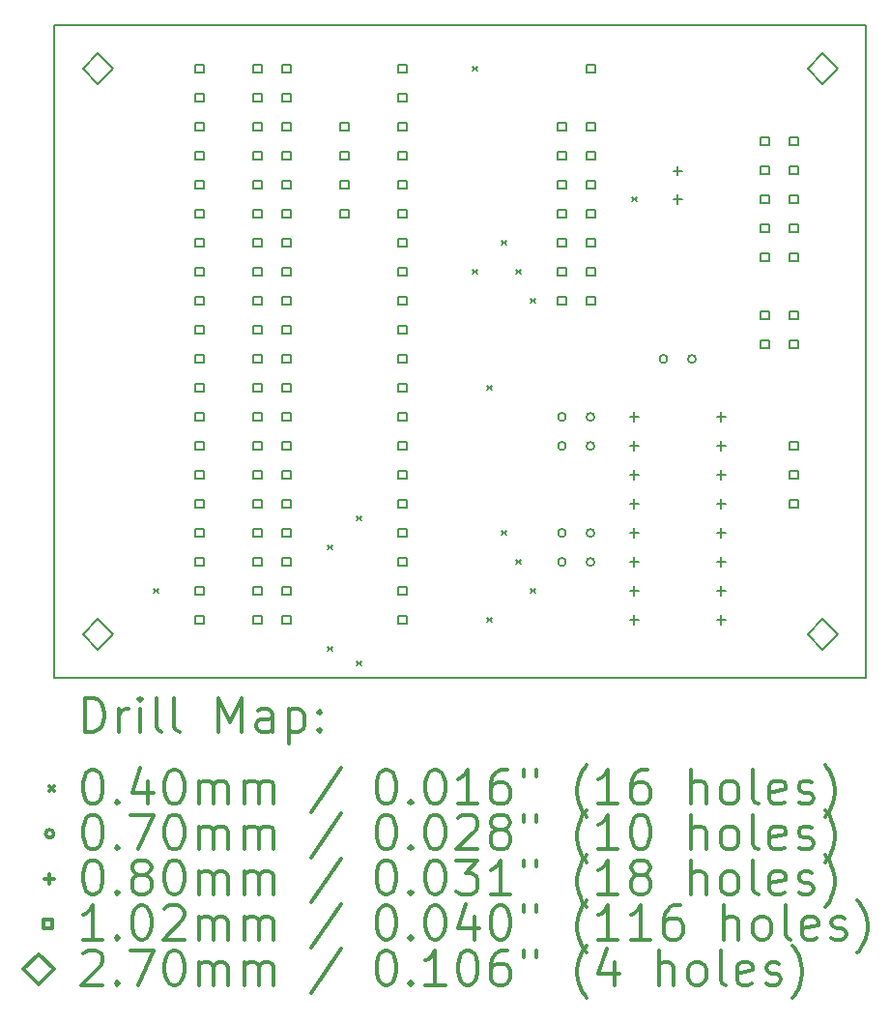
<source format=gbr>
%FSLAX45Y45*%
G04 Gerber Fmt 4.5, Leading zero omitted, Abs format (unit mm)*
G04 Created by KiCad (PCBNEW 4.0.5+dfsg1-4) date Sat Oct  5 15:57:53 2019*
%MOMM*%
%LPD*%
G01*
G04 APERTURE LIST*
%ADD10C,0.127000*%
%ADD11C,0.150000*%
%ADD12C,0.200000*%
%ADD13C,0.300000*%
G04 APERTURE END LIST*
D10*
D11*
X17145000Y-7112000D02*
X10033000Y-7112000D01*
X17145000Y-12827000D02*
X17145000Y-7112000D01*
X10033000Y-12827000D02*
X17145000Y-12827000D01*
X10033000Y-7112000D02*
X10033000Y-12827000D01*
D12*
X10902000Y-12045000D02*
X10942000Y-12085000D01*
X10942000Y-12045000D02*
X10902000Y-12085000D01*
X12426000Y-11664000D02*
X12466000Y-11704000D01*
X12466000Y-11664000D02*
X12426000Y-11704000D01*
X12426000Y-12553000D02*
X12466000Y-12593000D01*
X12466000Y-12553000D02*
X12426000Y-12593000D01*
X12680000Y-11410000D02*
X12720000Y-11450000D01*
X12720000Y-11410000D02*
X12680000Y-11450000D01*
X12680000Y-12680000D02*
X12720000Y-12720000D01*
X12720000Y-12680000D02*
X12680000Y-12720000D01*
X13696000Y-7473000D02*
X13736000Y-7513000D01*
X13736000Y-7473000D02*
X13696000Y-7513000D01*
X13696000Y-9251000D02*
X13736000Y-9291000D01*
X13736000Y-9251000D02*
X13696000Y-9291000D01*
X13823000Y-10267000D02*
X13863000Y-10307000D01*
X13863000Y-10267000D02*
X13823000Y-10307000D01*
X13823000Y-12299000D02*
X13863000Y-12339000D01*
X13863000Y-12299000D02*
X13823000Y-12339000D01*
X13950000Y-8997000D02*
X13990000Y-9037000D01*
X13990000Y-8997000D02*
X13950000Y-9037000D01*
X13950000Y-11537000D02*
X13990000Y-11577000D01*
X13990000Y-11537000D02*
X13950000Y-11577000D01*
X14077000Y-9251000D02*
X14117000Y-9291000D01*
X14117000Y-9251000D02*
X14077000Y-9291000D01*
X14077000Y-11791000D02*
X14117000Y-11831000D01*
X14117000Y-11791000D02*
X14077000Y-11831000D01*
X14204000Y-9505000D02*
X14244000Y-9545000D01*
X14244000Y-9505000D02*
X14204000Y-9545000D01*
X14204000Y-12045000D02*
X14244000Y-12085000D01*
X14244000Y-12045000D02*
X14204000Y-12085000D01*
X15093000Y-8616000D02*
X15133000Y-8656000D01*
X15133000Y-8616000D02*
X15093000Y-8656000D01*
X14513000Y-10541000D02*
G75*
G03X14513000Y-10541000I-35000J0D01*
G01*
X14513000Y-10795000D02*
G75*
G03X14513000Y-10795000I-35000J0D01*
G01*
X14513000Y-11557000D02*
G75*
G03X14513000Y-11557000I-35000J0D01*
G01*
X14513000Y-11811000D02*
G75*
G03X14513000Y-11811000I-35000J0D01*
G01*
X14763000Y-10541000D02*
G75*
G03X14763000Y-10541000I-35000J0D01*
G01*
X14763000Y-10795000D02*
G75*
G03X14763000Y-10795000I-35000J0D01*
G01*
X14763000Y-11557000D02*
G75*
G03X14763000Y-11557000I-35000J0D01*
G01*
X14763000Y-11811000D02*
G75*
G03X14763000Y-11811000I-35000J0D01*
G01*
X15402000Y-10033000D02*
G75*
G03X15402000Y-10033000I-35000J0D01*
G01*
X15652000Y-10033000D02*
G75*
G03X15652000Y-10033000I-35000J0D01*
G01*
X15113000Y-10501000D02*
X15113000Y-10581000D01*
X15073000Y-10541000D02*
X15153000Y-10541000D01*
X15113000Y-10755000D02*
X15113000Y-10835000D01*
X15073000Y-10795000D02*
X15153000Y-10795000D01*
X15113000Y-11009000D02*
X15113000Y-11089000D01*
X15073000Y-11049000D02*
X15153000Y-11049000D01*
X15113000Y-11263000D02*
X15113000Y-11343000D01*
X15073000Y-11303000D02*
X15153000Y-11303000D01*
X15113000Y-11517000D02*
X15113000Y-11597000D01*
X15073000Y-11557000D02*
X15153000Y-11557000D01*
X15113000Y-11771000D02*
X15113000Y-11851000D01*
X15073000Y-11811000D02*
X15153000Y-11811000D01*
X15113000Y-12025000D02*
X15113000Y-12105000D01*
X15073000Y-12065000D02*
X15153000Y-12065000D01*
X15113000Y-12279000D02*
X15113000Y-12359000D01*
X15073000Y-12319000D02*
X15153000Y-12319000D01*
X15494000Y-8346000D02*
X15494000Y-8426000D01*
X15454000Y-8386000D02*
X15534000Y-8386000D01*
X15494000Y-8596000D02*
X15494000Y-8676000D01*
X15454000Y-8636000D02*
X15534000Y-8636000D01*
X15875000Y-10501000D02*
X15875000Y-10581000D01*
X15835000Y-10541000D02*
X15915000Y-10541000D01*
X15875000Y-10755000D02*
X15875000Y-10835000D01*
X15835000Y-10795000D02*
X15915000Y-10795000D01*
X15875000Y-11009000D02*
X15875000Y-11089000D01*
X15835000Y-11049000D02*
X15915000Y-11049000D01*
X15875000Y-11263000D02*
X15875000Y-11343000D01*
X15835000Y-11303000D02*
X15915000Y-11303000D01*
X15875000Y-11517000D02*
X15875000Y-11597000D01*
X15835000Y-11557000D02*
X15915000Y-11557000D01*
X15875000Y-11771000D02*
X15875000Y-11851000D01*
X15835000Y-11811000D02*
X15915000Y-11811000D01*
X15875000Y-12025000D02*
X15875000Y-12105000D01*
X15835000Y-12065000D02*
X15915000Y-12065000D01*
X15875000Y-12279000D02*
X15875000Y-12359000D01*
X15835000Y-12319000D02*
X15915000Y-12319000D01*
X11338921Y-7528921D02*
X11338921Y-7457079D01*
X11267079Y-7457079D01*
X11267079Y-7528921D01*
X11338921Y-7528921D01*
X11338921Y-7782921D02*
X11338921Y-7711079D01*
X11267079Y-7711079D01*
X11267079Y-7782921D01*
X11338921Y-7782921D01*
X11338921Y-8036921D02*
X11338921Y-7965079D01*
X11267079Y-7965079D01*
X11267079Y-8036921D01*
X11338921Y-8036921D01*
X11338921Y-8290921D02*
X11338921Y-8219079D01*
X11267079Y-8219079D01*
X11267079Y-8290921D01*
X11338921Y-8290921D01*
X11338921Y-8544921D02*
X11338921Y-8473079D01*
X11267079Y-8473079D01*
X11267079Y-8544921D01*
X11338921Y-8544921D01*
X11338921Y-8798921D02*
X11338921Y-8727079D01*
X11267079Y-8727079D01*
X11267079Y-8798921D01*
X11338921Y-8798921D01*
X11338921Y-9052921D02*
X11338921Y-8981079D01*
X11267079Y-8981079D01*
X11267079Y-9052921D01*
X11338921Y-9052921D01*
X11338921Y-9306921D02*
X11338921Y-9235079D01*
X11267079Y-9235079D01*
X11267079Y-9306921D01*
X11338921Y-9306921D01*
X11338921Y-9560921D02*
X11338921Y-9489079D01*
X11267079Y-9489079D01*
X11267079Y-9560921D01*
X11338921Y-9560921D01*
X11338921Y-9814921D02*
X11338921Y-9743079D01*
X11267079Y-9743079D01*
X11267079Y-9814921D01*
X11338921Y-9814921D01*
X11338921Y-10068921D02*
X11338921Y-9997079D01*
X11267079Y-9997079D01*
X11267079Y-10068921D01*
X11338921Y-10068921D01*
X11338921Y-10322921D02*
X11338921Y-10251079D01*
X11267079Y-10251079D01*
X11267079Y-10322921D01*
X11338921Y-10322921D01*
X11338921Y-10576921D02*
X11338921Y-10505079D01*
X11267079Y-10505079D01*
X11267079Y-10576921D01*
X11338921Y-10576921D01*
X11338921Y-10830921D02*
X11338921Y-10759079D01*
X11267079Y-10759079D01*
X11267079Y-10830921D01*
X11338921Y-10830921D01*
X11338921Y-11084921D02*
X11338921Y-11013079D01*
X11267079Y-11013079D01*
X11267079Y-11084921D01*
X11338921Y-11084921D01*
X11338921Y-11338921D02*
X11338921Y-11267079D01*
X11267079Y-11267079D01*
X11267079Y-11338921D01*
X11338921Y-11338921D01*
X11338921Y-11592921D02*
X11338921Y-11521079D01*
X11267079Y-11521079D01*
X11267079Y-11592921D01*
X11338921Y-11592921D01*
X11338921Y-11846921D02*
X11338921Y-11775079D01*
X11267079Y-11775079D01*
X11267079Y-11846921D01*
X11338921Y-11846921D01*
X11338921Y-12100921D02*
X11338921Y-12029079D01*
X11267079Y-12029079D01*
X11267079Y-12100921D01*
X11338921Y-12100921D01*
X11338921Y-12354921D02*
X11338921Y-12283079D01*
X11267079Y-12283079D01*
X11267079Y-12354921D01*
X11338921Y-12354921D01*
X11846921Y-7528921D02*
X11846921Y-7457079D01*
X11775079Y-7457079D01*
X11775079Y-7528921D01*
X11846921Y-7528921D01*
X11846921Y-7782921D02*
X11846921Y-7711079D01*
X11775079Y-7711079D01*
X11775079Y-7782921D01*
X11846921Y-7782921D01*
X11846921Y-8036921D02*
X11846921Y-7965079D01*
X11775079Y-7965079D01*
X11775079Y-8036921D01*
X11846921Y-8036921D01*
X11846921Y-8290921D02*
X11846921Y-8219079D01*
X11775079Y-8219079D01*
X11775079Y-8290921D01*
X11846921Y-8290921D01*
X11846921Y-8544921D02*
X11846921Y-8473079D01*
X11775079Y-8473079D01*
X11775079Y-8544921D01*
X11846921Y-8544921D01*
X11846921Y-8798921D02*
X11846921Y-8727079D01*
X11775079Y-8727079D01*
X11775079Y-8798921D01*
X11846921Y-8798921D01*
X11846921Y-9052921D02*
X11846921Y-8981079D01*
X11775079Y-8981079D01*
X11775079Y-9052921D01*
X11846921Y-9052921D01*
X11846921Y-9306921D02*
X11846921Y-9235079D01*
X11775079Y-9235079D01*
X11775079Y-9306921D01*
X11846921Y-9306921D01*
X11846921Y-9560921D02*
X11846921Y-9489079D01*
X11775079Y-9489079D01*
X11775079Y-9560921D01*
X11846921Y-9560921D01*
X11846921Y-9814921D02*
X11846921Y-9743079D01*
X11775079Y-9743079D01*
X11775079Y-9814921D01*
X11846921Y-9814921D01*
X11846921Y-10068921D02*
X11846921Y-9997079D01*
X11775079Y-9997079D01*
X11775079Y-10068921D01*
X11846921Y-10068921D01*
X11846921Y-10322921D02*
X11846921Y-10251079D01*
X11775079Y-10251079D01*
X11775079Y-10322921D01*
X11846921Y-10322921D01*
X11846921Y-10576921D02*
X11846921Y-10505079D01*
X11775079Y-10505079D01*
X11775079Y-10576921D01*
X11846921Y-10576921D01*
X11846921Y-10830921D02*
X11846921Y-10759079D01*
X11775079Y-10759079D01*
X11775079Y-10830921D01*
X11846921Y-10830921D01*
X11846921Y-11084921D02*
X11846921Y-11013079D01*
X11775079Y-11013079D01*
X11775079Y-11084921D01*
X11846921Y-11084921D01*
X11846921Y-11338921D02*
X11846921Y-11267079D01*
X11775079Y-11267079D01*
X11775079Y-11338921D01*
X11846921Y-11338921D01*
X11846921Y-11592921D02*
X11846921Y-11521079D01*
X11775079Y-11521079D01*
X11775079Y-11592921D01*
X11846921Y-11592921D01*
X11846921Y-11846921D02*
X11846921Y-11775079D01*
X11775079Y-11775079D01*
X11775079Y-11846921D01*
X11846921Y-11846921D01*
X11846921Y-12100921D02*
X11846921Y-12029079D01*
X11775079Y-12029079D01*
X11775079Y-12100921D01*
X11846921Y-12100921D01*
X11846921Y-12354921D02*
X11846921Y-12283079D01*
X11775079Y-12283079D01*
X11775079Y-12354921D01*
X11846921Y-12354921D01*
X12100921Y-7528921D02*
X12100921Y-7457079D01*
X12029079Y-7457079D01*
X12029079Y-7528921D01*
X12100921Y-7528921D01*
X12100921Y-7782921D02*
X12100921Y-7711079D01*
X12029079Y-7711079D01*
X12029079Y-7782921D01*
X12100921Y-7782921D01*
X12100921Y-8036921D02*
X12100921Y-7965079D01*
X12029079Y-7965079D01*
X12029079Y-8036921D01*
X12100921Y-8036921D01*
X12100921Y-8290921D02*
X12100921Y-8219079D01*
X12029079Y-8219079D01*
X12029079Y-8290921D01*
X12100921Y-8290921D01*
X12100921Y-8544921D02*
X12100921Y-8473079D01*
X12029079Y-8473079D01*
X12029079Y-8544921D01*
X12100921Y-8544921D01*
X12100921Y-8798921D02*
X12100921Y-8727079D01*
X12029079Y-8727079D01*
X12029079Y-8798921D01*
X12100921Y-8798921D01*
X12100921Y-9052921D02*
X12100921Y-8981079D01*
X12029079Y-8981079D01*
X12029079Y-9052921D01*
X12100921Y-9052921D01*
X12100921Y-9306921D02*
X12100921Y-9235079D01*
X12029079Y-9235079D01*
X12029079Y-9306921D01*
X12100921Y-9306921D01*
X12100921Y-9560921D02*
X12100921Y-9489079D01*
X12029079Y-9489079D01*
X12029079Y-9560921D01*
X12100921Y-9560921D01*
X12100921Y-9814921D02*
X12100921Y-9743079D01*
X12029079Y-9743079D01*
X12029079Y-9814921D01*
X12100921Y-9814921D01*
X12100921Y-10068921D02*
X12100921Y-9997079D01*
X12029079Y-9997079D01*
X12029079Y-10068921D01*
X12100921Y-10068921D01*
X12100921Y-10322921D02*
X12100921Y-10251079D01*
X12029079Y-10251079D01*
X12029079Y-10322921D01*
X12100921Y-10322921D01*
X12100921Y-10576921D02*
X12100921Y-10505079D01*
X12029079Y-10505079D01*
X12029079Y-10576921D01*
X12100921Y-10576921D01*
X12100921Y-10830921D02*
X12100921Y-10759079D01*
X12029079Y-10759079D01*
X12029079Y-10830921D01*
X12100921Y-10830921D01*
X12100921Y-11084921D02*
X12100921Y-11013079D01*
X12029079Y-11013079D01*
X12029079Y-11084921D01*
X12100921Y-11084921D01*
X12100921Y-11338921D02*
X12100921Y-11267079D01*
X12029079Y-11267079D01*
X12029079Y-11338921D01*
X12100921Y-11338921D01*
X12100921Y-11592921D02*
X12100921Y-11521079D01*
X12029079Y-11521079D01*
X12029079Y-11592921D01*
X12100921Y-11592921D01*
X12100921Y-11846921D02*
X12100921Y-11775079D01*
X12029079Y-11775079D01*
X12029079Y-11846921D01*
X12100921Y-11846921D01*
X12100921Y-12100921D02*
X12100921Y-12029079D01*
X12029079Y-12029079D01*
X12029079Y-12100921D01*
X12100921Y-12100921D01*
X12100921Y-12354921D02*
X12100921Y-12283079D01*
X12029079Y-12283079D01*
X12029079Y-12354921D01*
X12100921Y-12354921D01*
X12608921Y-8036921D02*
X12608921Y-7965079D01*
X12537079Y-7965079D01*
X12537079Y-8036921D01*
X12608921Y-8036921D01*
X12608921Y-8290921D02*
X12608921Y-8219079D01*
X12537079Y-8219079D01*
X12537079Y-8290921D01*
X12608921Y-8290921D01*
X12608921Y-8544921D02*
X12608921Y-8473079D01*
X12537079Y-8473079D01*
X12537079Y-8544921D01*
X12608921Y-8544921D01*
X12608921Y-8798921D02*
X12608921Y-8727079D01*
X12537079Y-8727079D01*
X12537079Y-8798921D01*
X12608921Y-8798921D01*
X13116921Y-7528921D02*
X13116921Y-7457079D01*
X13045079Y-7457079D01*
X13045079Y-7528921D01*
X13116921Y-7528921D01*
X13116921Y-7782921D02*
X13116921Y-7711079D01*
X13045079Y-7711079D01*
X13045079Y-7782921D01*
X13116921Y-7782921D01*
X13116921Y-8036921D02*
X13116921Y-7965079D01*
X13045079Y-7965079D01*
X13045079Y-8036921D01*
X13116921Y-8036921D01*
X13116921Y-8290921D02*
X13116921Y-8219079D01*
X13045079Y-8219079D01*
X13045079Y-8290921D01*
X13116921Y-8290921D01*
X13116921Y-8544921D02*
X13116921Y-8473079D01*
X13045079Y-8473079D01*
X13045079Y-8544921D01*
X13116921Y-8544921D01*
X13116921Y-8798921D02*
X13116921Y-8727079D01*
X13045079Y-8727079D01*
X13045079Y-8798921D01*
X13116921Y-8798921D01*
X13116921Y-9052921D02*
X13116921Y-8981079D01*
X13045079Y-8981079D01*
X13045079Y-9052921D01*
X13116921Y-9052921D01*
X13116921Y-9306921D02*
X13116921Y-9235079D01*
X13045079Y-9235079D01*
X13045079Y-9306921D01*
X13116921Y-9306921D01*
X13116921Y-9560921D02*
X13116921Y-9489079D01*
X13045079Y-9489079D01*
X13045079Y-9560921D01*
X13116921Y-9560921D01*
X13116921Y-9814921D02*
X13116921Y-9743079D01*
X13045079Y-9743079D01*
X13045079Y-9814921D01*
X13116921Y-9814921D01*
X13116921Y-10068921D02*
X13116921Y-9997079D01*
X13045079Y-9997079D01*
X13045079Y-10068921D01*
X13116921Y-10068921D01*
X13116921Y-10322921D02*
X13116921Y-10251079D01*
X13045079Y-10251079D01*
X13045079Y-10322921D01*
X13116921Y-10322921D01*
X13116921Y-10576921D02*
X13116921Y-10505079D01*
X13045079Y-10505079D01*
X13045079Y-10576921D01*
X13116921Y-10576921D01*
X13116921Y-10830921D02*
X13116921Y-10759079D01*
X13045079Y-10759079D01*
X13045079Y-10830921D01*
X13116921Y-10830921D01*
X13116921Y-11084921D02*
X13116921Y-11013079D01*
X13045079Y-11013079D01*
X13045079Y-11084921D01*
X13116921Y-11084921D01*
X13116921Y-11338921D02*
X13116921Y-11267079D01*
X13045079Y-11267079D01*
X13045079Y-11338921D01*
X13116921Y-11338921D01*
X13116921Y-11592921D02*
X13116921Y-11521079D01*
X13045079Y-11521079D01*
X13045079Y-11592921D01*
X13116921Y-11592921D01*
X13116921Y-11846921D02*
X13116921Y-11775079D01*
X13045079Y-11775079D01*
X13045079Y-11846921D01*
X13116921Y-11846921D01*
X13116921Y-12100921D02*
X13116921Y-12029079D01*
X13045079Y-12029079D01*
X13045079Y-12100921D01*
X13116921Y-12100921D01*
X13116921Y-12354921D02*
X13116921Y-12283079D01*
X13045079Y-12283079D01*
X13045079Y-12354921D01*
X13116921Y-12354921D01*
X14513921Y-8036921D02*
X14513921Y-7965079D01*
X14442079Y-7965079D01*
X14442079Y-8036921D01*
X14513921Y-8036921D01*
X14513921Y-8290921D02*
X14513921Y-8219079D01*
X14442079Y-8219079D01*
X14442079Y-8290921D01*
X14513921Y-8290921D01*
X14513921Y-8544921D02*
X14513921Y-8473079D01*
X14442079Y-8473079D01*
X14442079Y-8544921D01*
X14513921Y-8544921D01*
X14513921Y-8798921D02*
X14513921Y-8727079D01*
X14442079Y-8727079D01*
X14442079Y-8798921D01*
X14513921Y-8798921D01*
X14513921Y-9052921D02*
X14513921Y-8981079D01*
X14442079Y-8981079D01*
X14442079Y-9052921D01*
X14513921Y-9052921D01*
X14513921Y-9306921D02*
X14513921Y-9235079D01*
X14442079Y-9235079D01*
X14442079Y-9306921D01*
X14513921Y-9306921D01*
X14513921Y-9560921D02*
X14513921Y-9489079D01*
X14442079Y-9489079D01*
X14442079Y-9560921D01*
X14513921Y-9560921D01*
X14767921Y-7528921D02*
X14767921Y-7457079D01*
X14696079Y-7457079D01*
X14696079Y-7528921D01*
X14767921Y-7528921D01*
X14767921Y-8036921D02*
X14767921Y-7965079D01*
X14696079Y-7965079D01*
X14696079Y-8036921D01*
X14767921Y-8036921D01*
X14767921Y-8290921D02*
X14767921Y-8219079D01*
X14696079Y-8219079D01*
X14696079Y-8290921D01*
X14767921Y-8290921D01*
X14767921Y-8544921D02*
X14767921Y-8473079D01*
X14696079Y-8473079D01*
X14696079Y-8544921D01*
X14767921Y-8544921D01*
X14767921Y-8798921D02*
X14767921Y-8727079D01*
X14696079Y-8727079D01*
X14696079Y-8798921D01*
X14767921Y-8798921D01*
X14767921Y-9052921D02*
X14767921Y-8981079D01*
X14696079Y-8981079D01*
X14696079Y-9052921D01*
X14767921Y-9052921D01*
X14767921Y-9306921D02*
X14767921Y-9235079D01*
X14696079Y-9235079D01*
X14696079Y-9306921D01*
X14767921Y-9306921D01*
X14767921Y-9560921D02*
X14767921Y-9489079D01*
X14696079Y-9489079D01*
X14696079Y-9560921D01*
X14767921Y-9560921D01*
X16291921Y-8163921D02*
X16291921Y-8092079D01*
X16220079Y-8092079D01*
X16220079Y-8163921D01*
X16291921Y-8163921D01*
X16291921Y-8417921D02*
X16291921Y-8346079D01*
X16220079Y-8346079D01*
X16220079Y-8417921D01*
X16291921Y-8417921D01*
X16291921Y-8671921D02*
X16291921Y-8600079D01*
X16220079Y-8600079D01*
X16220079Y-8671921D01*
X16291921Y-8671921D01*
X16291921Y-8925921D02*
X16291921Y-8854079D01*
X16220079Y-8854079D01*
X16220079Y-8925921D01*
X16291921Y-8925921D01*
X16291921Y-9179921D02*
X16291921Y-9108079D01*
X16220079Y-9108079D01*
X16220079Y-9179921D01*
X16291921Y-9179921D01*
X16291921Y-9687921D02*
X16291921Y-9616079D01*
X16220079Y-9616079D01*
X16220079Y-9687921D01*
X16291921Y-9687921D01*
X16291921Y-9941921D02*
X16291921Y-9870079D01*
X16220079Y-9870079D01*
X16220079Y-9941921D01*
X16291921Y-9941921D01*
X16545921Y-8163921D02*
X16545921Y-8092079D01*
X16474079Y-8092079D01*
X16474079Y-8163921D01*
X16545921Y-8163921D01*
X16545921Y-8417921D02*
X16545921Y-8346079D01*
X16474079Y-8346079D01*
X16474079Y-8417921D01*
X16545921Y-8417921D01*
X16545921Y-8671921D02*
X16545921Y-8600079D01*
X16474079Y-8600079D01*
X16474079Y-8671921D01*
X16545921Y-8671921D01*
X16545921Y-8925921D02*
X16545921Y-8854079D01*
X16474079Y-8854079D01*
X16474079Y-8925921D01*
X16545921Y-8925921D01*
X16545921Y-9179921D02*
X16545921Y-9108079D01*
X16474079Y-9108079D01*
X16474079Y-9179921D01*
X16545921Y-9179921D01*
X16545921Y-9687921D02*
X16545921Y-9616079D01*
X16474079Y-9616079D01*
X16474079Y-9687921D01*
X16545921Y-9687921D01*
X16545921Y-9941921D02*
X16545921Y-9870079D01*
X16474079Y-9870079D01*
X16474079Y-9941921D01*
X16545921Y-9941921D01*
X16545921Y-10830921D02*
X16545921Y-10759079D01*
X16474079Y-10759079D01*
X16474079Y-10830921D01*
X16545921Y-10830921D01*
X16545921Y-11084921D02*
X16545921Y-11013079D01*
X16474079Y-11013079D01*
X16474079Y-11084921D01*
X16545921Y-11084921D01*
X16545921Y-11338921D02*
X16545921Y-11267079D01*
X16474079Y-11267079D01*
X16474079Y-11338921D01*
X16545921Y-11338921D01*
X10414000Y-7628000D02*
X10549000Y-7493000D01*
X10414000Y-7358000D01*
X10279000Y-7493000D01*
X10414000Y-7628000D01*
X10414000Y-12581000D02*
X10549000Y-12446000D01*
X10414000Y-12311000D01*
X10279000Y-12446000D01*
X10414000Y-12581000D01*
X16764000Y-7628000D02*
X16899000Y-7493000D01*
X16764000Y-7358000D01*
X16629000Y-7493000D01*
X16764000Y-7628000D01*
X16764000Y-12581000D02*
X16899000Y-12446000D01*
X16764000Y-12311000D01*
X16629000Y-12446000D01*
X16764000Y-12581000D01*
D13*
X10296929Y-13300214D02*
X10296929Y-13000214D01*
X10368357Y-13000214D01*
X10411214Y-13014500D01*
X10439786Y-13043071D01*
X10454071Y-13071643D01*
X10468357Y-13128786D01*
X10468357Y-13171643D01*
X10454071Y-13228786D01*
X10439786Y-13257357D01*
X10411214Y-13285929D01*
X10368357Y-13300214D01*
X10296929Y-13300214D01*
X10596929Y-13300214D02*
X10596929Y-13100214D01*
X10596929Y-13157357D02*
X10611214Y-13128786D01*
X10625500Y-13114500D01*
X10654071Y-13100214D01*
X10682643Y-13100214D01*
X10782643Y-13300214D02*
X10782643Y-13100214D01*
X10782643Y-13000214D02*
X10768357Y-13014500D01*
X10782643Y-13028786D01*
X10796929Y-13014500D01*
X10782643Y-13000214D01*
X10782643Y-13028786D01*
X10968357Y-13300214D02*
X10939786Y-13285929D01*
X10925500Y-13257357D01*
X10925500Y-13000214D01*
X11125500Y-13300214D02*
X11096929Y-13285929D01*
X11082643Y-13257357D01*
X11082643Y-13000214D01*
X11468357Y-13300214D02*
X11468357Y-13000214D01*
X11568357Y-13214500D01*
X11668357Y-13000214D01*
X11668357Y-13300214D01*
X11939786Y-13300214D02*
X11939786Y-13143071D01*
X11925500Y-13114500D01*
X11896928Y-13100214D01*
X11839786Y-13100214D01*
X11811214Y-13114500D01*
X11939786Y-13285929D02*
X11911214Y-13300214D01*
X11839786Y-13300214D01*
X11811214Y-13285929D01*
X11796928Y-13257357D01*
X11796928Y-13228786D01*
X11811214Y-13200214D01*
X11839786Y-13185929D01*
X11911214Y-13185929D01*
X11939786Y-13171643D01*
X12082643Y-13100214D02*
X12082643Y-13400214D01*
X12082643Y-13114500D02*
X12111214Y-13100214D01*
X12168357Y-13100214D01*
X12196928Y-13114500D01*
X12211214Y-13128786D01*
X12225500Y-13157357D01*
X12225500Y-13243071D01*
X12211214Y-13271643D01*
X12196928Y-13285929D01*
X12168357Y-13300214D01*
X12111214Y-13300214D01*
X12082643Y-13285929D01*
X12354071Y-13271643D02*
X12368357Y-13285929D01*
X12354071Y-13300214D01*
X12339786Y-13285929D01*
X12354071Y-13271643D01*
X12354071Y-13300214D01*
X12354071Y-13114500D02*
X12368357Y-13128786D01*
X12354071Y-13143071D01*
X12339786Y-13128786D01*
X12354071Y-13114500D01*
X12354071Y-13143071D01*
X9985500Y-13774500D02*
X10025500Y-13814500D01*
X10025500Y-13774500D02*
X9985500Y-13814500D01*
X10354071Y-13630214D02*
X10382643Y-13630214D01*
X10411214Y-13644500D01*
X10425500Y-13658786D01*
X10439786Y-13687357D01*
X10454071Y-13744500D01*
X10454071Y-13815929D01*
X10439786Y-13873071D01*
X10425500Y-13901643D01*
X10411214Y-13915929D01*
X10382643Y-13930214D01*
X10354071Y-13930214D01*
X10325500Y-13915929D01*
X10311214Y-13901643D01*
X10296929Y-13873071D01*
X10282643Y-13815929D01*
X10282643Y-13744500D01*
X10296929Y-13687357D01*
X10311214Y-13658786D01*
X10325500Y-13644500D01*
X10354071Y-13630214D01*
X10582643Y-13901643D02*
X10596929Y-13915929D01*
X10582643Y-13930214D01*
X10568357Y-13915929D01*
X10582643Y-13901643D01*
X10582643Y-13930214D01*
X10854071Y-13730214D02*
X10854071Y-13930214D01*
X10782643Y-13615929D02*
X10711214Y-13830214D01*
X10896928Y-13830214D01*
X11068357Y-13630214D02*
X11096929Y-13630214D01*
X11125500Y-13644500D01*
X11139786Y-13658786D01*
X11154071Y-13687357D01*
X11168357Y-13744500D01*
X11168357Y-13815929D01*
X11154071Y-13873071D01*
X11139786Y-13901643D01*
X11125500Y-13915929D01*
X11096929Y-13930214D01*
X11068357Y-13930214D01*
X11039786Y-13915929D01*
X11025500Y-13901643D01*
X11011214Y-13873071D01*
X10996929Y-13815929D01*
X10996929Y-13744500D01*
X11011214Y-13687357D01*
X11025500Y-13658786D01*
X11039786Y-13644500D01*
X11068357Y-13630214D01*
X11296928Y-13930214D02*
X11296928Y-13730214D01*
X11296928Y-13758786D02*
X11311214Y-13744500D01*
X11339786Y-13730214D01*
X11382643Y-13730214D01*
X11411214Y-13744500D01*
X11425500Y-13773071D01*
X11425500Y-13930214D01*
X11425500Y-13773071D02*
X11439786Y-13744500D01*
X11468357Y-13730214D01*
X11511214Y-13730214D01*
X11539786Y-13744500D01*
X11554071Y-13773071D01*
X11554071Y-13930214D01*
X11696928Y-13930214D02*
X11696928Y-13730214D01*
X11696928Y-13758786D02*
X11711214Y-13744500D01*
X11739786Y-13730214D01*
X11782643Y-13730214D01*
X11811214Y-13744500D01*
X11825500Y-13773071D01*
X11825500Y-13930214D01*
X11825500Y-13773071D02*
X11839786Y-13744500D01*
X11868357Y-13730214D01*
X11911214Y-13730214D01*
X11939786Y-13744500D01*
X11954071Y-13773071D01*
X11954071Y-13930214D01*
X12539786Y-13615929D02*
X12282643Y-14001643D01*
X12925500Y-13630214D02*
X12954071Y-13630214D01*
X12982643Y-13644500D01*
X12996928Y-13658786D01*
X13011214Y-13687357D01*
X13025500Y-13744500D01*
X13025500Y-13815929D01*
X13011214Y-13873071D01*
X12996928Y-13901643D01*
X12982643Y-13915929D01*
X12954071Y-13930214D01*
X12925500Y-13930214D01*
X12896928Y-13915929D01*
X12882643Y-13901643D01*
X12868357Y-13873071D01*
X12854071Y-13815929D01*
X12854071Y-13744500D01*
X12868357Y-13687357D01*
X12882643Y-13658786D01*
X12896928Y-13644500D01*
X12925500Y-13630214D01*
X13154071Y-13901643D02*
X13168357Y-13915929D01*
X13154071Y-13930214D01*
X13139786Y-13915929D01*
X13154071Y-13901643D01*
X13154071Y-13930214D01*
X13354071Y-13630214D02*
X13382643Y-13630214D01*
X13411214Y-13644500D01*
X13425500Y-13658786D01*
X13439785Y-13687357D01*
X13454071Y-13744500D01*
X13454071Y-13815929D01*
X13439785Y-13873071D01*
X13425500Y-13901643D01*
X13411214Y-13915929D01*
X13382643Y-13930214D01*
X13354071Y-13930214D01*
X13325500Y-13915929D01*
X13311214Y-13901643D01*
X13296928Y-13873071D01*
X13282643Y-13815929D01*
X13282643Y-13744500D01*
X13296928Y-13687357D01*
X13311214Y-13658786D01*
X13325500Y-13644500D01*
X13354071Y-13630214D01*
X13739785Y-13930214D02*
X13568357Y-13930214D01*
X13654071Y-13930214D02*
X13654071Y-13630214D01*
X13625500Y-13673071D01*
X13596928Y-13701643D01*
X13568357Y-13715929D01*
X13996928Y-13630214D02*
X13939785Y-13630214D01*
X13911214Y-13644500D01*
X13896928Y-13658786D01*
X13868357Y-13701643D01*
X13854071Y-13758786D01*
X13854071Y-13873071D01*
X13868357Y-13901643D01*
X13882643Y-13915929D01*
X13911214Y-13930214D01*
X13968357Y-13930214D01*
X13996928Y-13915929D01*
X14011214Y-13901643D01*
X14025500Y-13873071D01*
X14025500Y-13801643D01*
X14011214Y-13773071D01*
X13996928Y-13758786D01*
X13968357Y-13744500D01*
X13911214Y-13744500D01*
X13882643Y-13758786D01*
X13868357Y-13773071D01*
X13854071Y-13801643D01*
X14139786Y-13630214D02*
X14139786Y-13687357D01*
X14254071Y-13630214D02*
X14254071Y-13687357D01*
X14696928Y-14044500D02*
X14682643Y-14030214D01*
X14654071Y-13987357D01*
X14639785Y-13958786D01*
X14625500Y-13915929D01*
X14611214Y-13844500D01*
X14611214Y-13787357D01*
X14625500Y-13715929D01*
X14639785Y-13673071D01*
X14654071Y-13644500D01*
X14682643Y-13601643D01*
X14696928Y-13587357D01*
X14968357Y-13930214D02*
X14796928Y-13930214D01*
X14882643Y-13930214D02*
X14882643Y-13630214D01*
X14854071Y-13673071D01*
X14825500Y-13701643D01*
X14796928Y-13715929D01*
X15225500Y-13630214D02*
X15168357Y-13630214D01*
X15139785Y-13644500D01*
X15125500Y-13658786D01*
X15096928Y-13701643D01*
X15082643Y-13758786D01*
X15082643Y-13873071D01*
X15096928Y-13901643D01*
X15111214Y-13915929D01*
X15139785Y-13930214D01*
X15196928Y-13930214D01*
X15225500Y-13915929D01*
X15239785Y-13901643D01*
X15254071Y-13873071D01*
X15254071Y-13801643D01*
X15239785Y-13773071D01*
X15225500Y-13758786D01*
X15196928Y-13744500D01*
X15139785Y-13744500D01*
X15111214Y-13758786D01*
X15096928Y-13773071D01*
X15082643Y-13801643D01*
X15611214Y-13930214D02*
X15611214Y-13630214D01*
X15739785Y-13930214D02*
X15739785Y-13773071D01*
X15725500Y-13744500D01*
X15696928Y-13730214D01*
X15654071Y-13730214D01*
X15625500Y-13744500D01*
X15611214Y-13758786D01*
X15925500Y-13930214D02*
X15896928Y-13915929D01*
X15882643Y-13901643D01*
X15868357Y-13873071D01*
X15868357Y-13787357D01*
X15882643Y-13758786D01*
X15896928Y-13744500D01*
X15925500Y-13730214D01*
X15968357Y-13730214D01*
X15996928Y-13744500D01*
X16011214Y-13758786D01*
X16025500Y-13787357D01*
X16025500Y-13873071D01*
X16011214Y-13901643D01*
X15996928Y-13915929D01*
X15968357Y-13930214D01*
X15925500Y-13930214D01*
X16196928Y-13930214D02*
X16168357Y-13915929D01*
X16154071Y-13887357D01*
X16154071Y-13630214D01*
X16425500Y-13915929D02*
X16396928Y-13930214D01*
X16339786Y-13930214D01*
X16311214Y-13915929D01*
X16296928Y-13887357D01*
X16296928Y-13773071D01*
X16311214Y-13744500D01*
X16339786Y-13730214D01*
X16396928Y-13730214D01*
X16425500Y-13744500D01*
X16439786Y-13773071D01*
X16439786Y-13801643D01*
X16296928Y-13830214D01*
X16554071Y-13915929D02*
X16582643Y-13930214D01*
X16639786Y-13930214D01*
X16668357Y-13915929D01*
X16682643Y-13887357D01*
X16682643Y-13873071D01*
X16668357Y-13844500D01*
X16639786Y-13830214D01*
X16596928Y-13830214D01*
X16568357Y-13815929D01*
X16554071Y-13787357D01*
X16554071Y-13773071D01*
X16568357Y-13744500D01*
X16596928Y-13730214D01*
X16639786Y-13730214D01*
X16668357Y-13744500D01*
X16782643Y-14044500D02*
X16796929Y-14030214D01*
X16825500Y-13987357D01*
X16839786Y-13958786D01*
X16854071Y-13915929D01*
X16868357Y-13844500D01*
X16868357Y-13787357D01*
X16854071Y-13715929D01*
X16839786Y-13673071D01*
X16825500Y-13644500D01*
X16796929Y-13601643D01*
X16782643Y-13587357D01*
X10025500Y-14190500D02*
G75*
G03X10025500Y-14190500I-35000J0D01*
G01*
X10354071Y-14026214D02*
X10382643Y-14026214D01*
X10411214Y-14040500D01*
X10425500Y-14054786D01*
X10439786Y-14083357D01*
X10454071Y-14140500D01*
X10454071Y-14211929D01*
X10439786Y-14269071D01*
X10425500Y-14297643D01*
X10411214Y-14311929D01*
X10382643Y-14326214D01*
X10354071Y-14326214D01*
X10325500Y-14311929D01*
X10311214Y-14297643D01*
X10296929Y-14269071D01*
X10282643Y-14211929D01*
X10282643Y-14140500D01*
X10296929Y-14083357D01*
X10311214Y-14054786D01*
X10325500Y-14040500D01*
X10354071Y-14026214D01*
X10582643Y-14297643D02*
X10596929Y-14311929D01*
X10582643Y-14326214D01*
X10568357Y-14311929D01*
X10582643Y-14297643D01*
X10582643Y-14326214D01*
X10696928Y-14026214D02*
X10896928Y-14026214D01*
X10768357Y-14326214D01*
X11068357Y-14026214D02*
X11096929Y-14026214D01*
X11125500Y-14040500D01*
X11139786Y-14054786D01*
X11154071Y-14083357D01*
X11168357Y-14140500D01*
X11168357Y-14211929D01*
X11154071Y-14269071D01*
X11139786Y-14297643D01*
X11125500Y-14311929D01*
X11096929Y-14326214D01*
X11068357Y-14326214D01*
X11039786Y-14311929D01*
X11025500Y-14297643D01*
X11011214Y-14269071D01*
X10996929Y-14211929D01*
X10996929Y-14140500D01*
X11011214Y-14083357D01*
X11025500Y-14054786D01*
X11039786Y-14040500D01*
X11068357Y-14026214D01*
X11296928Y-14326214D02*
X11296928Y-14126214D01*
X11296928Y-14154786D02*
X11311214Y-14140500D01*
X11339786Y-14126214D01*
X11382643Y-14126214D01*
X11411214Y-14140500D01*
X11425500Y-14169071D01*
X11425500Y-14326214D01*
X11425500Y-14169071D02*
X11439786Y-14140500D01*
X11468357Y-14126214D01*
X11511214Y-14126214D01*
X11539786Y-14140500D01*
X11554071Y-14169071D01*
X11554071Y-14326214D01*
X11696928Y-14326214D02*
X11696928Y-14126214D01*
X11696928Y-14154786D02*
X11711214Y-14140500D01*
X11739786Y-14126214D01*
X11782643Y-14126214D01*
X11811214Y-14140500D01*
X11825500Y-14169071D01*
X11825500Y-14326214D01*
X11825500Y-14169071D02*
X11839786Y-14140500D01*
X11868357Y-14126214D01*
X11911214Y-14126214D01*
X11939786Y-14140500D01*
X11954071Y-14169071D01*
X11954071Y-14326214D01*
X12539786Y-14011929D02*
X12282643Y-14397643D01*
X12925500Y-14026214D02*
X12954071Y-14026214D01*
X12982643Y-14040500D01*
X12996928Y-14054786D01*
X13011214Y-14083357D01*
X13025500Y-14140500D01*
X13025500Y-14211929D01*
X13011214Y-14269071D01*
X12996928Y-14297643D01*
X12982643Y-14311929D01*
X12954071Y-14326214D01*
X12925500Y-14326214D01*
X12896928Y-14311929D01*
X12882643Y-14297643D01*
X12868357Y-14269071D01*
X12854071Y-14211929D01*
X12854071Y-14140500D01*
X12868357Y-14083357D01*
X12882643Y-14054786D01*
X12896928Y-14040500D01*
X12925500Y-14026214D01*
X13154071Y-14297643D02*
X13168357Y-14311929D01*
X13154071Y-14326214D01*
X13139786Y-14311929D01*
X13154071Y-14297643D01*
X13154071Y-14326214D01*
X13354071Y-14026214D02*
X13382643Y-14026214D01*
X13411214Y-14040500D01*
X13425500Y-14054786D01*
X13439785Y-14083357D01*
X13454071Y-14140500D01*
X13454071Y-14211929D01*
X13439785Y-14269071D01*
X13425500Y-14297643D01*
X13411214Y-14311929D01*
X13382643Y-14326214D01*
X13354071Y-14326214D01*
X13325500Y-14311929D01*
X13311214Y-14297643D01*
X13296928Y-14269071D01*
X13282643Y-14211929D01*
X13282643Y-14140500D01*
X13296928Y-14083357D01*
X13311214Y-14054786D01*
X13325500Y-14040500D01*
X13354071Y-14026214D01*
X13568357Y-14054786D02*
X13582643Y-14040500D01*
X13611214Y-14026214D01*
X13682643Y-14026214D01*
X13711214Y-14040500D01*
X13725500Y-14054786D01*
X13739785Y-14083357D01*
X13739785Y-14111929D01*
X13725500Y-14154786D01*
X13554071Y-14326214D01*
X13739785Y-14326214D01*
X13911214Y-14154786D02*
X13882643Y-14140500D01*
X13868357Y-14126214D01*
X13854071Y-14097643D01*
X13854071Y-14083357D01*
X13868357Y-14054786D01*
X13882643Y-14040500D01*
X13911214Y-14026214D01*
X13968357Y-14026214D01*
X13996928Y-14040500D01*
X14011214Y-14054786D01*
X14025500Y-14083357D01*
X14025500Y-14097643D01*
X14011214Y-14126214D01*
X13996928Y-14140500D01*
X13968357Y-14154786D01*
X13911214Y-14154786D01*
X13882643Y-14169071D01*
X13868357Y-14183357D01*
X13854071Y-14211929D01*
X13854071Y-14269071D01*
X13868357Y-14297643D01*
X13882643Y-14311929D01*
X13911214Y-14326214D01*
X13968357Y-14326214D01*
X13996928Y-14311929D01*
X14011214Y-14297643D01*
X14025500Y-14269071D01*
X14025500Y-14211929D01*
X14011214Y-14183357D01*
X13996928Y-14169071D01*
X13968357Y-14154786D01*
X14139786Y-14026214D02*
X14139786Y-14083357D01*
X14254071Y-14026214D02*
X14254071Y-14083357D01*
X14696928Y-14440500D02*
X14682643Y-14426214D01*
X14654071Y-14383357D01*
X14639785Y-14354786D01*
X14625500Y-14311929D01*
X14611214Y-14240500D01*
X14611214Y-14183357D01*
X14625500Y-14111929D01*
X14639785Y-14069071D01*
X14654071Y-14040500D01*
X14682643Y-13997643D01*
X14696928Y-13983357D01*
X14968357Y-14326214D02*
X14796928Y-14326214D01*
X14882643Y-14326214D02*
X14882643Y-14026214D01*
X14854071Y-14069071D01*
X14825500Y-14097643D01*
X14796928Y-14111929D01*
X15154071Y-14026214D02*
X15182643Y-14026214D01*
X15211214Y-14040500D01*
X15225500Y-14054786D01*
X15239785Y-14083357D01*
X15254071Y-14140500D01*
X15254071Y-14211929D01*
X15239785Y-14269071D01*
X15225500Y-14297643D01*
X15211214Y-14311929D01*
X15182643Y-14326214D01*
X15154071Y-14326214D01*
X15125500Y-14311929D01*
X15111214Y-14297643D01*
X15096928Y-14269071D01*
X15082643Y-14211929D01*
X15082643Y-14140500D01*
X15096928Y-14083357D01*
X15111214Y-14054786D01*
X15125500Y-14040500D01*
X15154071Y-14026214D01*
X15611214Y-14326214D02*
X15611214Y-14026214D01*
X15739785Y-14326214D02*
X15739785Y-14169071D01*
X15725500Y-14140500D01*
X15696928Y-14126214D01*
X15654071Y-14126214D01*
X15625500Y-14140500D01*
X15611214Y-14154786D01*
X15925500Y-14326214D02*
X15896928Y-14311929D01*
X15882643Y-14297643D01*
X15868357Y-14269071D01*
X15868357Y-14183357D01*
X15882643Y-14154786D01*
X15896928Y-14140500D01*
X15925500Y-14126214D01*
X15968357Y-14126214D01*
X15996928Y-14140500D01*
X16011214Y-14154786D01*
X16025500Y-14183357D01*
X16025500Y-14269071D01*
X16011214Y-14297643D01*
X15996928Y-14311929D01*
X15968357Y-14326214D01*
X15925500Y-14326214D01*
X16196928Y-14326214D02*
X16168357Y-14311929D01*
X16154071Y-14283357D01*
X16154071Y-14026214D01*
X16425500Y-14311929D02*
X16396928Y-14326214D01*
X16339786Y-14326214D01*
X16311214Y-14311929D01*
X16296928Y-14283357D01*
X16296928Y-14169071D01*
X16311214Y-14140500D01*
X16339786Y-14126214D01*
X16396928Y-14126214D01*
X16425500Y-14140500D01*
X16439786Y-14169071D01*
X16439786Y-14197643D01*
X16296928Y-14226214D01*
X16554071Y-14311929D02*
X16582643Y-14326214D01*
X16639786Y-14326214D01*
X16668357Y-14311929D01*
X16682643Y-14283357D01*
X16682643Y-14269071D01*
X16668357Y-14240500D01*
X16639786Y-14226214D01*
X16596928Y-14226214D01*
X16568357Y-14211929D01*
X16554071Y-14183357D01*
X16554071Y-14169071D01*
X16568357Y-14140500D01*
X16596928Y-14126214D01*
X16639786Y-14126214D01*
X16668357Y-14140500D01*
X16782643Y-14440500D02*
X16796929Y-14426214D01*
X16825500Y-14383357D01*
X16839786Y-14354786D01*
X16854071Y-14311929D01*
X16868357Y-14240500D01*
X16868357Y-14183357D01*
X16854071Y-14111929D01*
X16839786Y-14069071D01*
X16825500Y-14040500D01*
X16796929Y-13997643D01*
X16782643Y-13983357D01*
X9985500Y-14546500D02*
X9985500Y-14626500D01*
X9945500Y-14586500D02*
X10025500Y-14586500D01*
X10354071Y-14422214D02*
X10382643Y-14422214D01*
X10411214Y-14436500D01*
X10425500Y-14450786D01*
X10439786Y-14479357D01*
X10454071Y-14536500D01*
X10454071Y-14607929D01*
X10439786Y-14665071D01*
X10425500Y-14693643D01*
X10411214Y-14707929D01*
X10382643Y-14722214D01*
X10354071Y-14722214D01*
X10325500Y-14707929D01*
X10311214Y-14693643D01*
X10296929Y-14665071D01*
X10282643Y-14607929D01*
X10282643Y-14536500D01*
X10296929Y-14479357D01*
X10311214Y-14450786D01*
X10325500Y-14436500D01*
X10354071Y-14422214D01*
X10582643Y-14693643D02*
X10596929Y-14707929D01*
X10582643Y-14722214D01*
X10568357Y-14707929D01*
X10582643Y-14693643D01*
X10582643Y-14722214D01*
X10768357Y-14550786D02*
X10739786Y-14536500D01*
X10725500Y-14522214D01*
X10711214Y-14493643D01*
X10711214Y-14479357D01*
X10725500Y-14450786D01*
X10739786Y-14436500D01*
X10768357Y-14422214D01*
X10825500Y-14422214D01*
X10854071Y-14436500D01*
X10868357Y-14450786D01*
X10882643Y-14479357D01*
X10882643Y-14493643D01*
X10868357Y-14522214D01*
X10854071Y-14536500D01*
X10825500Y-14550786D01*
X10768357Y-14550786D01*
X10739786Y-14565071D01*
X10725500Y-14579357D01*
X10711214Y-14607929D01*
X10711214Y-14665071D01*
X10725500Y-14693643D01*
X10739786Y-14707929D01*
X10768357Y-14722214D01*
X10825500Y-14722214D01*
X10854071Y-14707929D01*
X10868357Y-14693643D01*
X10882643Y-14665071D01*
X10882643Y-14607929D01*
X10868357Y-14579357D01*
X10854071Y-14565071D01*
X10825500Y-14550786D01*
X11068357Y-14422214D02*
X11096929Y-14422214D01*
X11125500Y-14436500D01*
X11139786Y-14450786D01*
X11154071Y-14479357D01*
X11168357Y-14536500D01*
X11168357Y-14607929D01*
X11154071Y-14665071D01*
X11139786Y-14693643D01*
X11125500Y-14707929D01*
X11096929Y-14722214D01*
X11068357Y-14722214D01*
X11039786Y-14707929D01*
X11025500Y-14693643D01*
X11011214Y-14665071D01*
X10996929Y-14607929D01*
X10996929Y-14536500D01*
X11011214Y-14479357D01*
X11025500Y-14450786D01*
X11039786Y-14436500D01*
X11068357Y-14422214D01*
X11296928Y-14722214D02*
X11296928Y-14522214D01*
X11296928Y-14550786D02*
X11311214Y-14536500D01*
X11339786Y-14522214D01*
X11382643Y-14522214D01*
X11411214Y-14536500D01*
X11425500Y-14565071D01*
X11425500Y-14722214D01*
X11425500Y-14565071D02*
X11439786Y-14536500D01*
X11468357Y-14522214D01*
X11511214Y-14522214D01*
X11539786Y-14536500D01*
X11554071Y-14565071D01*
X11554071Y-14722214D01*
X11696928Y-14722214D02*
X11696928Y-14522214D01*
X11696928Y-14550786D02*
X11711214Y-14536500D01*
X11739786Y-14522214D01*
X11782643Y-14522214D01*
X11811214Y-14536500D01*
X11825500Y-14565071D01*
X11825500Y-14722214D01*
X11825500Y-14565071D02*
X11839786Y-14536500D01*
X11868357Y-14522214D01*
X11911214Y-14522214D01*
X11939786Y-14536500D01*
X11954071Y-14565071D01*
X11954071Y-14722214D01*
X12539786Y-14407929D02*
X12282643Y-14793643D01*
X12925500Y-14422214D02*
X12954071Y-14422214D01*
X12982643Y-14436500D01*
X12996928Y-14450786D01*
X13011214Y-14479357D01*
X13025500Y-14536500D01*
X13025500Y-14607929D01*
X13011214Y-14665071D01*
X12996928Y-14693643D01*
X12982643Y-14707929D01*
X12954071Y-14722214D01*
X12925500Y-14722214D01*
X12896928Y-14707929D01*
X12882643Y-14693643D01*
X12868357Y-14665071D01*
X12854071Y-14607929D01*
X12854071Y-14536500D01*
X12868357Y-14479357D01*
X12882643Y-14450786D01*
X12896928Y-14436500D01*
X12925500Y-14422214D01*
X13154071Y-14693643D02*
X13168357Y-14707929D01*
X13154071Y-14722214D01*
X13139786Y-14707929D01*
X13154071Y-14693643D01*
X13154071Y-14722214D01*
X13354071Y-14422214D02*
X13382643Y-14422214D01*
X13411214Y-14436500D01*
X13425500Y-14450786D01*
X13439785Y-14479357D01*
X13454071Y-14536500D01*
X13454071Y-14607929D01*
X13439785Y-14665071D01*
X13425500Y-14693643D01*
X13411214Y-14707929D01*
X13382643Y-14722214D01*
X13354071Y-14722214D01*
X13325500Y-14707929D01*
X13311214Y-14693643D01*
X13296928Y-14665071D01*
X13282643Y-14607929D01*
X13282643Y-14536500D01*
X13296928Y-14479357D01*
X13311214Y-14450786D01*
X13325500Y-14436500D01*
X13354071Y-14422214D01*
X13554071Y-14422214D02*
X13739785Y-14422214D01*
X13639785Y-14536500D01*
X13682643Y-14536500D01*
X13711214Y-14550786D01*
X13725500Y-14565071D01*
X13739785Y-14593643D01*
X13739785Y-14665071D01*
X13725500Y-14693643D01*
X13711214Y-14707929D01*
X13682643Y-14722214D01*
X13596928Y-14722214D01*
X13568357Y-14707929D01*
X13554071Y-14693643D01*
X14025500Y-14722214D02*
X13854071Y-14722214D01*
X13939785Y-14722214D02*
X13939785Y-14422214D01*
X13911214Y-14465071D01*
X13882643Y-14493643D01*
X13854071Y-14507929D01*
X14139786Y-14422214D02*
X14139786Y-14479357D01*
X14254071Y-14422214D02*
X14254071Y-14479357D01*
X14696928Y-14836500D02*
X14682643Y-14822214D01*
X14654071Y-14779357D01*
X14639785Y-14750786D01*
X14625500Y-14707929D01*
X14611214Y-14636500D01*
X14611214Y-14579357D01*
X14625500Y-14507929D01*
X14639785Y-14465071D01*
X14654071Y-14436500D01*
X14682643Y-14393643D01*
X14696928Y-14379357D01*
X14968357Y-14722214D02*
X14796928Y-14722214D01*
X14882643Y-14722214D02*
X14882643Y-14422214D01*
X14854071Y-14465071D01*
X14825500Y-14493643D01*
X14796928Y-14507929D01*
X15139785Y-14550786D02*
X15111214Y-14536500D01*
X15096928Y-14522214D01*
X15082643Y-14493643D01*
X15082643Y-14479357D01*
X15096928Y-14450786D01*
X15111214Y-14436500D01*
X15139785Y-14422214D01*
X15196928Y-14422214D01*
X15225500Y-14436500D01*
X15239785Y-14450786D01*
X15254071Y-14479357D01*
X15254071Y-14493643D01*
X15239785Y-14522214D01*
X15225500Y-14536500D01*
X15196928Y-14550786D01*
X15139785Y-14550786D01*
X15111214Y-14565071D01*
X15096928Y-14579357D01*
X15082643Y-14607929D01*
X15082643Y-14665071D01*
X15096928Y-14693643D01*
X15111214Y-14707929D01*
X15139785Y-14722214D01*
X15196928Y-14722214D01*
X15225500Y-14707929D01*
X15239785Y-14693643D01*
X15254071Y-14665071D01*
X15254071Y-14607929D01*
X15239785Y-14579357D01*
X15225500Y-14565071D01*
X15196928Y-14550786D01*
X15611214Y-14722214D02*
X15611214Y-14422214D01*
X15739785Y-14722214D02*
X15739785Y-14565071D01*
X15725500Y-14536500D01*
X15696928Y-14522214D01*
X15654071Y-14522214D01*
X15625500Y-14536500D01*
X15611214Y-14550786D01*
X15925500Y-14722214D02*
X15896928Y-14707929D01*
X15882643Y-14693643D01*
X15868357Y-14665071D01*
X15868357Y-14579357D01*
X15882643Y-14550786D01*
X15896928Y-14536500D01*
X15925500Y-14522214D01*
X15968357Y-14522214D01*
X15996928Y-14536500D01*
X16011214Y-14550786D01*
X16025500Y-14579357D01*
X16025500Y-14665071D01*
X16011214Y-14693643D01*
X15996928Y-14707929D01*
X15968357Y-14722214D01*
X15925500Y-14722214D01*
X16196928Y-14722214D02*
X16168357Y-14707929D01*
X16154071Y-14679357D01*
X16154071Y-14422214D01*
X16425500Y-14707929D02*
X16396928Y-14722214D01*
X16339786Y-14722214D01*
X16311214Y-14707929D01*
X16296928Y-14679357D01*
X16296928Y-14565071D01*
X16311214Y-14536500D01*
X16339786Y-14522214D01*
X16396928Y-14522214D01*
X16425500Y-14536500D01*
X16439786Y-14565071D01*
X16439786Y-14593643D01*
X16296928Y-14622214D01*
X16554071Y-14707929D02*
X16582643Y-14722214D01*
X16639786Y-14722214D01*
X16668357Y-14707929D01*
X16682643Y-14679357D01*
X16682643Y-14665071D01*
X16668357Y-14636500D01*
X16639786Y-14622214D01*
X16596928Y-14622214D01*
X16568357Y-14607929D01*
X16554071Y-14579357D01*
X16554071Y-14565071D01*
X16568357Y-14536500D01*
X16596928Y-14522214D01*
X16639786Y-14522214D01*
X16668357Y-14536500D01*
X16782643Y-14836500D02*
X16796929Y-14822214D01*
X16825500Y-14779357D01*
X16839786Y-14750786D01*
X16854071Y-14707929D01*
X16868357Y-14636500D01*
X16868357Y-14579357D01*
X16854071Y-14507929D01*
X16839786Y-14465071D01*
X16825500Y-14436500D01*
X16796929Y-14393643D01*
X16782643Y-14379357D01*
X10010621Y-15018421D02*
X10010621Y-14946579D01*
X9938779Y-14946579D01*
X9938779Y-15018421D01*
X10010621Y-15018421D01*
X10454071Y-15118214D02*
X10282643Y-15118214D01*
X10368357Y-15118214D02*
X10368357Y-14818214D01*
X10339786Y-14861071D01*
X10311214Y-14889643D01*
X10282643Y-14903929D01*
X10582643Y-15089643D02*
X10596929Y-15103929D01*
X10582643Y-15118214D01*
X10568357Y-15103929D01*
X10582643Y-15089643D01*
X10582643Y-15118214D01*
X10782643Y-14818214D02*
X10811214Y-14818214D01*
X10839786Y-14832500D01*
X10854071Y-14846786D01*
X10868357Y-14875357D01*
X10882643Y-14932500D01*
X10882643Y-15003929D01*
X10868357Y-15061071D01*
X10854071Y-15089643D01*
X10839786Y-15103929D01*
X10811214Y-15118214D01*
X10782643Y-15118214D01*
X10754071Y-15103929D01*
X10739786Y-15089643D01*
X10725500Y-15061071D01*
X10711214Y-15003929D01*
X10711214Y-14932500D01*
X10725500Y-14875357D01*
X10739786Y-14846786D01*
X10754071Y-14832500D01*
X10782643Y-14818214D01*
X10996929Y-14846786D02*
X11011214Y-14832500D01*
X11039786Y-14818214D01*
X11111214Y-14818214D01*
X11139786Y-14832500D01*
X11154071Y-14846786D01*
X11168357Y-14875357D01*
X11168357Y-14903929D01*
X11154071Y-14946786D01*
X10982643Y-15118214D01*
X11168357Y-15118214D01*
X11296928Y-15118214D02*
X11296928Y-14918214D01*
X11296928Y-14946786D02*
X11311214Y-14932500D01*
X11339786Y-14918214D01*
X11382643Y-14918214D01*
X11411214Y-14932500D01*
X11425500Y-14961071D01*
X11425500Y-15118214D01*
X11425500Y-14961071D02*
X11439786Y-14932500D01*
X11468357Y-14918214D01*
X11511214Y-14918214D01*
X11539786Y-14932500D01*
X11554071Y-14961071D01*
X11554071Y-15118214D01*
X11696928Y-15118214D02*
X11696928Y-14918214D01*
X11696928Y-14946786D02*
X11711214Y-14932500D01*
X11739786Y-14918214D01*
X11782643Y-14918214D01*
X11811214Y-14932500D01*
X11825500Y-14961071D01*
X11825500Y-15118214D01*
X11825500Y-14961071D02*
X11839786Y-14932500D01*
X11868357Y-14918214D01*
X11911214Y-14918214D01*
X11939786Y-14932500D01*
X11954071Y-14961071D01*
X11954071Y-15118214D01*
X12539786Y-14803929D02*
X12282643Y-15189643D01*
X12925500Y-14818214D02*
X12954071Y-14818214D01*
X12982643Y-14832500D01*
X12996928Y-14846786D01*
X13011214Y-14875357D01*
X13025500Y-14932500D01*
X13025500Y-15003929D01*
X13011214Y-15061071D01*
X12996928Y-15089643D01*
X12982643Y-15103929D01*
X12954071Y-15118214D01*
X12925500Y-15118214D01*
X12896928Y-15103929D01*
X12882643Y-15089643D01*
X12868357Y-15061071D01*
X12854071Y-15003929D01*
X12854071Y-14932500D01*
X12868357Y-14875357D01*
X12882643Y-14846786D01*
X12896928Y-14832500D01*
X12925500Y-14818214D01*
X13154071Y-15089643D02*
X13168357Y-15103929D01*
X13154071Y-15118214D01*
X13139786Y-15103929D01*
X13154071Y-15089643D01*
X13154071Y-15118214D01*
X13354071Y-14818214D02*
X13382643Y-14818214D01*
X13411214Y-14832500D01*
X13425500Y-14846786D01*
X13439785Y-14875357D01*
X13454071Y-14932500D01*
X13454071Y-15003929D01*
X13439785Y-15061071D01*
X13425500Y-15089643D01*
X13411214Y-15103929D01*
X13382643Y-15118214D01*
X13354071Y-15118214D01*
X13325500Y-15103929D01*
X13311214Y-15089643D01*
X13296928Y-15061071D01*
X13282643Y-15003929D01*
X13282643Y-14932500D01*
X13296928Y-14875357D01*
X13311214Y-14846786D01*
X13325500Y-14832500D01*
X13354071Y-14818214D01*
X13711214Y-14918214D02*
X13711214Y-15118214D01*
X13639785Y-14803929D02*
X13568357Y-15018214D01*
X13754071Y-15018214D01*
X13925500Y-14818214D02*
X13954071Y-14818214D01*
X13982643Y-14832500D01*
X13996928Y-14846786D01*
X14011214Y-14875357D01*
X14025500Y-14932500D01*
X14025500Y-15003929D01*
X14011214Y-15061071D01*
X13996928Y-15089643D01*
X13982643Y-15103929D01*
X13954071Y-15118214D01*
X13925500Y-15118214D01*
X13896928Y-15103929D01*
X13882643Y-15089643D01*
X13868357Y-15061071D01*
X13854071Y-15003929D01*
X13854071Y-14932500D01*
X13868357Y-14875357D01*
X13882643Y-14846786D01*
X13896928Y-14832500D01*
X13925500Y-14818214D01*
X14139786Y-14818214D02*
X14139786Y-14875357D01*
X14254071Y-14818214D02*
X14254071Y-14875357D01*
X14696928Y-15232500D02*
X14682643Y-15218214D01*
X14654071Y-15175357D01*
X14639785Y-15146786D01*
X14625500Y-15103929D01*
X14611214Y-15032500D01*
X14611214Y-14975357D01*
X14625500Y-14903929D01*
X14639785Y-14861071D01*
X14654071Y-14832500D01*
X14682643Y-14789643D01*
X14696928Y-14775357D01*
X14968357Y-15118214D02*
X14796928Y-15118214D01*
X14882643Y-15118214D02*
X14882643Y-14818214D01*
X14854071Y-14861071D01*
X14825500Y-14889643D01*
X14796928Y-14903929D01*
X15254071Y-15118214D02*
X15082643Y-15118214D01*
X15168357Y-15118214D02*
X15168357Y-14818214D01*
X15139785Y-14861071D01*
X15111214Y-14889643D01*
X15082643Y-14903929D01*
X15511214Y-14818214D02*
X15454071Y-14818214D01*
X15425500Y-14832500D01*
X15411214Y-14846786D01*
X15382643Y-14889643D01*
X15368357Y-14946786D01*
X15368357Y-15061071D01*
X15382643Y-15089643D01*
X15396928Y-15103929D01*
X15425500Y-15118214D01*
X15482643Y-15118214D01*
X15511214Y-15103929D01*
X15525500Y-15089643D01*
X15539785Y-15061071D01*
X15539785Y-14989643D01*
X15525500Y-14961071D01*
X15511214Y-14946786D01*
X15482643Y-14932500D01*
X15425500Y-14932500D01*
X15396928Y-14946786D01*
X15382643Y-14961071D01*
X15368357Y-14989643D01*
X15896928Y-15118214D02*
X15896928Y-14818214D01*
X16025500Y-15118214D02*
X16025500Y-14961071D01*
X16011214Y-14932500D01*
X15982643Y-14918214D01*
X15939785Y-14918214D01*
X15911214Y-14932500D01*
X15896928Y-14946786D01*
X16211214Y-15118214D02*
X16182643Y-15103929D01*
X16168357Y-15089643D01*
X16154071Y-15061071D01*
X16154071Y-14975357D01*
X16168357Y-14946786D01*
X16182643Y-14932500D01*
X16211214Y-14918214D01*
X16254071Y-14918214D01*
X16282643Y-14932500D01*
X16296928Y-14946786D01*
X16311214Y-14975357D01*
X16311214Y-15061071D01*
X16296928Y-15089643D01*
X16282643Y-15103929D01*
X16254071Y-15118214D01*
X16211214Y-15118214D01*
X16482643Y-15118214D02*
X16454071Y-15103929D01*
X16439786Y-15075357D01*
X16439786Y-14818214D01*
X16711214Y-15103929D02*
X16682643Y-15118214D01*
X16625500Y-15118214D01*
X16596928Y-15103929D01*
X16582643Y-15075357D01*
X16582643Y-14961071D01*
X16596928Y-14932500D01*
X16625500Y-14918214D01*
X16682643Y-14918214D01*
X16711214Y-14932500D01*
X16725500Y-14961071D01*
X16725500Y-14989643D01*
X16582643Y-15018214D01*
X16839786Y-15103929D02*
X16868357Y-15118214D01*
X16925500Y-15118214D01*
X16954071Y-15103929D01*
X16968357Y-15075357D01*
X16968357Y-15061071D01*
X16954071Y-15032500D01*
X16925500Y-15018214D01*
X16882643Y-15018214D01*
X16854071Y-15003929D01*
X16839786Y-14975357D01*
X16839786Y-14961071D01*
X16854071Y-14932500D01*
X16882643Y-14918214D01*
X16925500Y-14918214D01*
X16954071Y-14932500D01*
X17068357Y-15232500D02*
X17082643Y-15218214D01*
X17111214Y-15175357D01*
X17125500Y-15146786D01*
X17139786Y-15103929D01*
X17154071Y-15032500D01*
X17154071Y-14975357D01*
X17139786Y-14903929D01*
X17125500Y-14861071D01*
X17111214Y-14832500D01*
X17082643Y-14789643D01*
X17068357Y-14775357D01*
X9890500Y-15513500D02*
X10025500Y-15378500D01*
X9890500Y-15243500D01*
X9755500Y-15378500D01*
X9890500Y-15513500D01*
X10282643Y-15242786D02*
X10296929Y-15228500D01*
X10325500Y-15214214D01*
X10396929Y-15214214D01*
X10425500Y-15228500D01*
X10439786Y-15242786D01*
X10454071Y-15271357D01*
X10454071Y-15299929D01*
X10439786Y-15342786D01*
X10268357Y-15514214D01*
X10454071Y-15514214D01*
X10582643Y-15485643D02*
X10596929Y-15499929D01*
X10582643Y-15514214D01*
X10568357Y-15499929D01*
X10582643Y-15485643D01*
X10582643Y-15514214D01*
X10696928Y-15214214D02*
X10896928Y-15214214D01*
X10768357Y-15514214D01*
X11068357Y-15214214D02*
X11096929Y-15214214D01*
X11125500Y-15228500D01*
X11139786Y-15242786D01*
X11154071Y-15271357D01*
X11168357Y-15328500D01*
X11168357Y-15399929D01*
X11154071Y-15457071D01*
X11139786Y-15485643D01*
X11125500Y-15499929D01*
X11096929Y-15514214D01*
X11068357Y-15514214D01*
X11039786Y-15499929D01*
X11025500Y-15485643D01*
X11011214Y-15457071D01*
X10996929Y-15399929D01*
X10996929Y-15328500D01*
X11011214Y-15271357D01*
X11025500Y-15242786D01*
X11039786Y-15228500D01*
X11068357Y-15214214D01*
X11296928Y-15514214D02*
X11296928Y-15314214D01*
X11296928Y-15342786D02*
X11311214Y-15328500D01*
X11339786Y-15314214D01*
X11382643Y-15314214D01*
X11411214Y-15328500D01*
X11425500Y-15357071D01*
X11425500Y-15514214D01*
X11425500Y-15357071D02*
X11439786Y-15328500D01*
X11468357Y-15314214D01*
X11511214Y-15314214D01*
X11539786Y-15328500D01*
X11554071Y-15357071D01*
X11554071Y-15514214D01*
X11696928Y-15514214D02*
X11696928Y-15314214D01*
X11696928Y-15342786D02*
X11711214Y-15328500D01*
X11739786Y-15314214D01*
X11782643Y-15314214D01*
X11811214Y-15328500D01*
X11825500Y-15357071D01*
X11825500Y-15514214D01*
X11825500Y-15357071D02*
X11839786Y-15328500D01*
X11868357Y-15314214D01*
X11911214Y-15314214D01*
X11939786Y-15328500D01*
X11954071Y-15357071D01*
X11954071Y-15514214D01*
X12539786Y-15199929D02*
X12282643Y-15585643D01*
X12925500Y-15214214D02*
X12954071Y-15214214D01*
X12982643Y-15228500D01*
X12996928Y-15242786D01*
X13011214Y-15271357D01*
X13025500Y-15328500D01*
X13025500Y-15399929D01*
X13011214Y-15457071D01*
X12996928Y-15485643D01*
X12982643Y-15499929D01*
X12954071Y-15514214D01*
X12925500Y-15514214D01*
X12896928Y-15499929D01*
X12882643Y-15485643D01*
X12868357Y-15457071D01*
X12854071Y-15399929D01*
X12854071Y-15328500D01*
X12868357Y-15271357D01*
X12882643Y-15242786D01*
X12896928Y-15228500D01*
X12925500Y-15214214D01*
X13154071Y-15485643D02*
X13168357Y-15499929D01*
X13154071Y-15514214D01*
X13139786Y-15499929D01*
X13154071Y-15485643D01*
X13154071Y-15514214D01*
X13454071Y-15514214D02*
X13282643Y-15514214D01*
X13368357Y-15514214D02*
X13368357Y-15214214D01*
X13339785Y-15257071D01*
X13311214Y-15285643D01*
X13282643Y-15299929D01*
X13639785Y-15214214D02*
X13668357Y-15214214D01*
X13696928Y-15228500D01*
X13711214Y-15242786D01*
X13725500Y-15271357D01*
X13739785Y-15328500D01*
X13739785Y-15399929D01*
X13725500Y-15457071D01*
X13711214Y-15485643D01*
X13696928Y-15499929D01*
X13668357Y-15514214D01*
X13639785Y-15514214D01*
X13611214Y-15499929D01*
X13596928Y-15485643D01*
X13582643Y-15457071D01*
X13568357Y-15399929D01*
X13568357Y-15328500D01*
X13582643Y-15271357D01*
X13596928Y-15242786D01*
X13611214Y-15228500D01*
X13639785Y-15214214D01*
X13996928Y-15214214D02*
X13939785Y-15214214D01*
X13911214Y-15228500D01*
X13896928Y-15242786D01*
X13868357Y-15285643D01*
X13854071Y-15342786D01*
X13854071Y-15457071D01*
X13868357Y-15485643D01*
X13882643Y-15499929D01*
X13911214Y-15514214D01*
X13968357Y-15514214D01*
X13996928Y-15499929D01*
X14011214Y-15485643D01*
X14025500Y-15457071D01*
X14025500Y-15385643D01*
X14011214Y-15357071D01*
X13996928Y-15342786D01*
X13968357Y-15328500D01*
X13911214Y-15328500D01*
X13882643Y-15342786D01*
X13868357Y-15357071D01*
X13854071Y-15385643D01*
X14139786Y-15214214D02*
X14139786Y-15271357D01*
X14254071Y-15214214D02*
X14254071Y-15271357D01*
X14696928Y-15628500D02*
X14682643Y-15614214D01*
X14654071Y-15571357D01*
X14639785Y-15542786D01*
X14625500Y-15499929D01*
X14611214Y-15428500D01*
X14611214Y-15371357D01*
X14625500Y-15299929D01*
X14639785Y-15257071D01*
X14654071Y-15228500D01*
X14682643Y-15185643D01*
X14696928Y-15171357D01*
X14939785Y-15314214D02*
X14939785Y-15514214D01*
X14868357Y-15199929D02*
X14796928Y-15414214D01*
X14982643Y-15414214D01*
X15325500Y-15514214D02*
X15325500Y-15214214D01*
X15454071Y-15514214D02*
X15454071Y-15357071D01*
X15439785Y-15328500D01*
X15411214Y-15314214D01*
X15368357Y-15314214D01*
X15339785Y-15328500D01*
X15325500Y-15342786D01*
X15639785Y-15514214D02*
X15611214Y-15499929D01*
X15596928Y-15485643D01*
X15582643Y-15457071D01*
X15582643Y-15371357D01*
X15596928Y-15342786D01*
X15611214Y-15328500D01*
X15639785Y-15314214D01*
X15682643Y-15314214D01*
X15711214Y-15328500D01*
X15725500Y-15342786D01*
X15739785Y-15371357D01*
X15739785Y-15457071D01*
X15725500Y-15485643D01*
X15711214Y-15499929D01*
X15682643Y-15514214D01*
X15639785Y-15514214D01*
X15911214Y-15514214D02*
X15882643Y-15499929D01*
X15868357Y-15471357D01*
X15868357Y-15214214D01*
X16139786Y-15499929D02*
X16111214Y-15514214D01*
X16054071Y-15514214D01*
X16025500Y-15499929D01*
X16011214Y-15471357D01*
X16011214Y-15357071D01*
X16025500Y-15328500D01*
X16054071Y-15314214D01*
X16111214Y-15314214D01*
X16139786Y-15328500D01*
X16154071Y-15357071D01*
X16154071Y-15385643D01*
X16011214Y-15414214D01*
X16268357Y-15499929D02*
X16296928Y-15514214D01*
X16354071Y-15514214D01*
X16382643Y-15499929D01*
X16396928Y-15471357D01*
X16396928Y-15457071D01*
X16382643Y-15428500D01*
X16354071Y-15414214D01*
X16311214Y-15414214D01*
X16282643Y-15399929D01*
X16268357Y-15371357D01*
X16268357Y-15357071D01*
X16282643Y-15328500D01*
X16311214Y-15314214D01*
X16354071Y-15314214D01*
X16382643Y-15328500D01*
X16496928Y-15628500D02*
X16511214Y-15614214D01*
X16539786Y-15571357D01*
X16554071Y-15542786D01*
X16568357Y-15499929D01*
X16582643Y-15428500D01*
X16582643Y-15371357D01*
X16568357Y-15299929D01*
X16554071Y-15257071D01*
X16539786Y-15228500D01*
X16511214Y-15185643D01*
X16496928Y-15171357D01*
M02*

</source>
